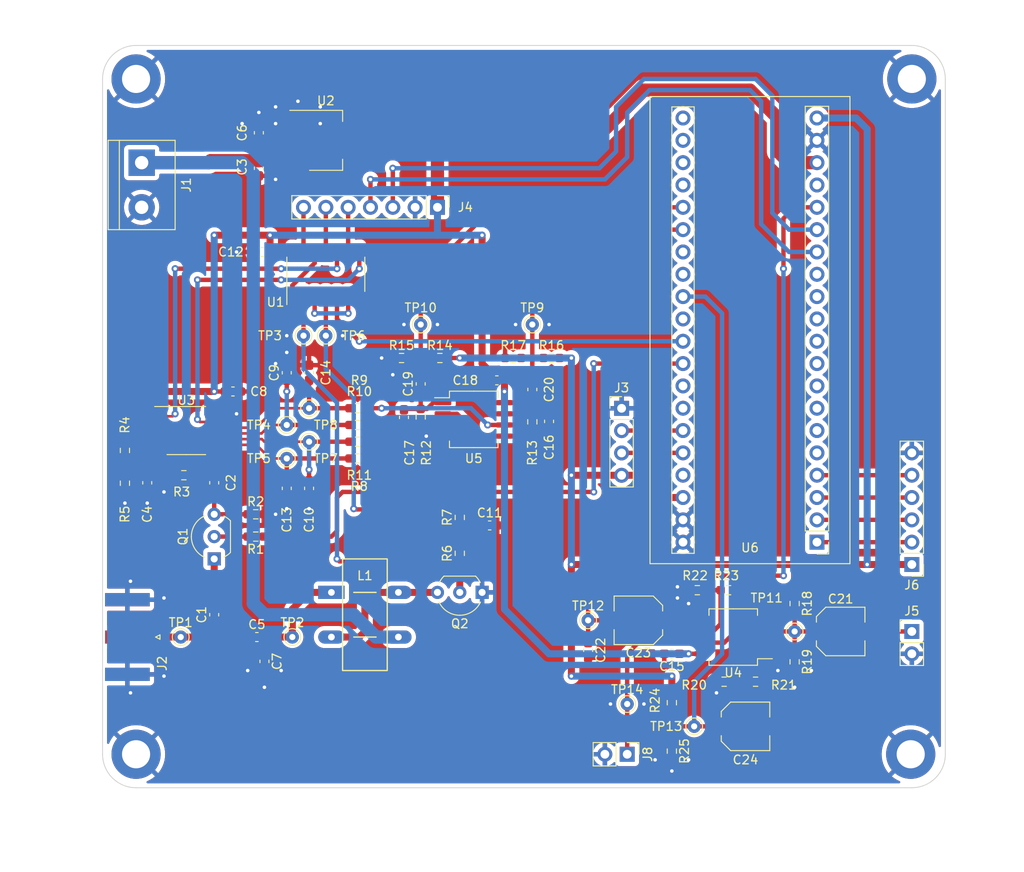
<source format=kicad_pcb>
(kicad_pcb (version 20211014) (generator pcbnew)

  (general
    (thickness 1.6)
  )

  (paper "A4")
  (layers
    (0 "F.Cu" signal)
    (31 "B.Cu" signal)
    (32 "B.Adhes" user "B.Adhesive")
    (33 "F.Adhes" user "F.Adhesive")
    (34 "B.Paste" user)
    (35 "F.Paste" user)
    (36 "B.SilkS" user "B.Silkscreen")
    (37 "F.SilkS" user "F.Silkscreen")
    (38 "B.Mask" user)
    (39 "F.Mask" user)
    (40 "Dwgs.User" user "User.Drawings")
    (41 "Cmts.User" user "User.Comments")
    (42 "Eco1.User" user "User.Eco1")
    (43 "Eco2.User" user "User.Eco2")
    (44 "Edge.Cuts" user)
    (45 "Margin" user)
    (46 "B.CrtYd" user "B.Courtyard")
    (47 "F.CrtYd" user "F.Courtyard")
    (48 "B.Fab" user)
    (49 "F.Fab" user)
    (50 "User.1" user)
    (51 "User.2" user)
    (52 "User.3" user)
    (53 "User.4" user)
    (54 "User.5" user)
    (55 "User.6" user)
    (56 "User.7" user)
    (57 "User.8" user)
    (58 "User.9" user)
  )

  (setup
    (stackup
      (layer "F.SilkS" (type "Top Silk Screen"))
      (layer "F.Paste" (type "Top Solder Paste"))
      (layer "F.Mask" (type "Top Solder Mask") (thickness 0.01))
      (layer "F.Cu" (type "copper") (thickness 0.035))
      (layer "dielectric 1" (type "core") (thickness 1.51) (material "FR4") (epsilon_r 4.5) (loss_tangent 0.02))
      (layer "B.Cu" (type "copper") (thickness 0.035))
      (layer "B.Mask" (type "Bottom Solder Mask") (thickness 0.01))
      (layer "B.Paste" (type "Bottom Solder Paste"))
      (layer "B.SilkS" (type "Bottom Silk Screen"))
      (copper_finish "None")
      (dielectric_constraints no)
    )
    (pad_to_mask_clearance 0)
    (pcbplotparams
      (layerselection 0x00010fc_ffffffff)
      (disableapertmacros false)
      (usegerberextensions false)
      (usegerberattributes true)
      (usegerberadvancedattributes true)
      (creategerberjobfile true)
      (svguseinch false)
      (svgprecision 6)
      (excludeedgelayer true)
      (plotframeref false)
      (viasonmask false)
      (mode 1)
      (useauxorigin false)
      (hpglpennumber 1)
      (hpglpenspeed 20)
      (hpglpendiameter 15.000000)
      (dxfpolygonmode true)
      (dxfimperialunits true)
      (dxfusepcbnewfont true)
      (psnegative false)
      (psa4output false)
      (plotreference true)
      (plotvalue true)
      (plotinvisibletext false)
      (sketchpadsonfab false)
      (subtractmaskfromsilk false)
      (outputformat 1)
      (mirror false)
      (drillshape 1)
      (scaleselection 1)
      (outputdirectory "")
    )
  )

  (net 0 "")
  (net 1 "Net-(C1-Pad2)")
  (net 2 "Net-(Q1-Pad2)")
  (net 3 "Net-(C2-Pad1)")
  (net 4 "GND")
  (net 5 "Net-(Q2-Pad2)")
  (net 6 "Net-(L1-Pad2)")
  (net 7 "RF")
  (net 8 "Net-(C5-Pad2)")
  (net 9 "Net-(C9-Pad1)")
  (net 10 "Net-(C13-Pad1)")
  (net 11 "Net-(R7-Pad2)")
  (net 12 "Net-(C10-Pad1)")
  (net 13 "Net-(C14-Pad1)")
  (net 14 "ADC_Q")
  (net 15 "ADC_I")
  (net 16 "Net-(C21-Pad1)")
  (net 17 "A_OUT")
  (net 18 "ADC_MIC")
  (net 19 "Net-(J8-Pad1)")
  (net 20 "CLK0")
  (net 21 "Net-(U1-Pad8)")
  (net 22 "CLK1")
  (net 23 "Net-(U1-Pad10)")
  (net 24 "BIAS_PWM")
  (net 25 "+5V")
  (net 26 "+12V")
  (net 27 "unconnected-(U3-Pad3)")
  (net 28 "unconnected-(U3-Pad4)")
  (net 29 "unconnected-(U3-Pad5)")
  (net 30 "unconnected-(U3-Pad6)")
  (net 31 "unconnected-(U3-Pad7)")
  (net 32 "Net-(C2-Pad2)")
  (net 33 "Net-(C24-Pad2)")
  (net 34 "Net-(R20-Pad1)")
  (net 35 "Net-(C23-Pad1)")
  (net 36 "Net-(R22-Pad1)")
  (net 37 "Net-(C17-Pad2)")
  (net 38 "Net-(R11-Pad2)")
  (net 39 "Net-(C17-Pad1)")
  (net 40 "SDA_PLL")
  (net 41 "SCL_PLL")
  (net 42 "RX_EN")
  (net 43 "unconnected-(U6-Pad7)")
  (net 44 "unconnected-(U6-Pad11)")
  (net 45 "unconnected-(U6-Pad12)")
  (net 46 "SDA_DISP")
  (net 47 "SCL_DISP")
  (net 48 "unconnected-(U6-Pad21)")
  (net 49 "unconnected-(U6-Pad22)")
  (net 50 "unconnected-(U6-Pad30)")
  (net 51 "+3.3V")
  (net 52 "unconnected-(U6-Pad37)")
  (net 53 "Net-(J6-Pad3)")
  (net 54 "Net-(C16-Pad1)")
  (net 55 "Net-(R9-Pad2)")
  (net 56 "Net-(C16-Pad2)")
  (net 57 "Net-(C4-Pad1)")
  (net 58 "Net-(C11-Pad1)")
  (net 59 "Net-(C21-Pad2)")
  (net 60 "CLK2")
  (net 61 "Net-(J6-Pad2)")
  (net 62 "Net-(J6-Pad4)")
  (net 63 "Net-(J6-Pad5)")
  (net 64 "unconnected-(U6-Pad5)")
  (net 65 "unconnected-(U6-Pad6)")
  (net 66 "unconnected-(U6-Pad34)")
  (net 67 "unconnected-(U6-Pad33)")
  (net 68 "unconnected-(U6-Pad8)")
  (net 69 "unconnected-(U6-Pad13)")
  (net 70 "unconnected-(U6-Pad9)")
  (net 71 "unconnected-(U6-Pad10)")
  (net 72 "unconnected-(U6-Pad28)")
  (net 73 "unconnected-(U6-Pad27)")
  (net 74 "unconnected-(U6-Pad24)")
  (net 75 "unconnected-(U6-Pad17)")
  (net 76 "unconnected-(U6-Pad23)")
  (net 77 "Net-(U1-Pad1)")
  (net 78 "Net-(U1-Pad3)")

  (footprint "MountingHole:MountingHole_3.2mm_M3_DIN965_Pad_TopBottom" (layer "F.Cu") (at 54.61 131.445))

  (footprint "Capacitor_SMD:C_0603_1608Metric_Pad1.08x0.95mm_HandSolder" (layer "F.Cu") (at 63.5 115.57 90))

  (footprint "TestPoint:TestPoint_THTPad_D1.5mm_Drill0.7mm" (layer "F.Cu") (at 118.11 128.27))

  (footprint "TestPoint:TestPoint_THTPad_D1.5mm_Drill0.7mm" (layer "F.Cu") (at 129.54 117.475))

  (footprint "Resistor_SMD:R_0603_1608Metric_Pad0.98x0.95mm_HandSolder" (layer "F.Cu") (at 79.815 92.075))

  (footprint "Capacitor_SMD:C_0603_1608Metric_Pad1.08x0.95mm_HandSolder" (layer "F.Cu") (at 69.215 120.8775 -90))

  (footprint "Resistor_SMD:R_0603_1608Metric_Pad0.98x0.95mm_HandSolder" (layer "F.Cu") (at 86.995 93.0675 90))

  (footprint "Resistor_SMD:R_0603_1608Metric_Pad0.98x0.95mm_HandSolder" (layer "F.Cu") (at 101.8775 86.36))

  (footprint "Resistor_SMD:R_0603_1608Metric_Pad0.98x0.95mm_HandSolder" (layer "F.Cu") (at 129.54 114.3 -90))

  (footprint "Connector_PinHeader_2.54mm:PinHeader_1x07_P2.54mm_Vertical" (layer "F.Cu") (at 88.9 69.215 -90))

  (footprint "Resistor_SMD:R_0603_1608Metric_Pad0.98x0.95mm_HandSolder" (layer "F.Cu") (at 68.2225 104.14))

  (footprint "Package_SO:SO-8_5.3x6.2mm_P1.27mm" (layer "F.Cu") (at 93.0275 93.345))

  (footprint "Connector_Coaxial:SMA_Amphenol_132289_EdgeMount" (layer "F.Cu") (at 53.6225 118.11 180))

  (footprint "TestPoint:TestPoint_THTPad_D1.5mm_Drill0.7mm" (layer "F.Cu") (at 74.295 95.885))

  (footprint "Capacitor_SMD:C_0603_1608Metric_Pad1.08x0.95mm_HandSolder" (layer "F.Cu") (at 115.57 120.015 180))

  (footprint "MountingHole:MountingHole_3.2mm_M3_DIN965_Pad_TopBottom" (layer "F.Cu") (at 54.61 54.61))

  (footprint "TestPoint:TestPoint_THTPad_D1.5mm_Drill0.7mm" (layer "F.Cu") (at 59.69 118.11))

  (footprint "Capacitor_SMD:C_0603_1608Metric_Pad1.08x0.95mm_HandSolder" (layer "F.Cu") (at 74.295 88.0375 90))

  (footprint "Package_TO_SOT_THT:TO-92_Inline_Wide" (layer "F.Cu") (at 93.98 113.03 180))

  (footprint "Resistor_SMD:R_0603_1608Metric_Pad0.98x0.95mm_HandSolder" (layer "F.Cu") (at 53.34 100.6075 -90))

  (footprint "Capacitor_SMD:C_0603_1608Metric_Pad1.08x0.95mm_HandSolder" (layer "F.Cu") (at 68.58 64.77 -90))

  (footprint "Package_TO_SOT_THT:TO-92_Inline_Wide" (layer "F.Cu") (at 63.5 109.22 90))

  (footprint "Resistor_SMD:R_0603_1608Metric_Pad0.98x0.95mm_HandSolder" (layer "F.Cu") (at 79.815 97.79))

  (footprint "TestPoint:TestPoint_THTPad_D1.5mm_Drill0.7mm" (layer "F.Cu") (at 74.295 92.075))

  (footprint "Connector_PinHeader_2.54mm:PinHeader_1x06_P2.54mm_Vertical" (layer "F.Cu") (at 142.875 109.855 180))

  (footprint "TestPoint:TestPoint_THTPad_D1.5mm_Drill0.7mm" (layer "F.Cu") (at 76.2 83.82))

  (footprint "TestPoint:TestPoint_THTPad_D1.5mm_Drill0.7mm" (layer "F.Cu") (at 110.49 125.73))

  (footprint "Resistor_SMD:R_0603_1608Metric_Pad0.98x0.95mm_HandSolder" (layer "F.Cu") (at 115.57 131.0875 -90))

  (footprint "Capacitor_SMD:C_0603_1608Metric_Pad1.08x0.95mm_HandSolder" (layer "F.Cu") (at 63.5 100.5575 90))

  (footprint "Capacitor_SMD:C_0603_1608Metric_Pad1.08x0.95mm_HandSolder" (layer "F.Cu") (at 99.695 89.9425 90))

  (footprint "Resistor_SMD:R_0603_1608Metric_Pad0.98x0.95mm_HandSolder" (layer "F.Cu") (at 84.8125 86.36))

  (footprint "Resistor_SMD:R_0603_1608Metric_Pad0.98x0.95mm_HandSolder" (layer "F.Cu") (at 121.5155 123.19 180))

  (footprint "TestPoint:TestPoint_THTPad_D1.5mm_Drill0.7mm" (layer "F.Cu") (at 72.39 118.11))

  (footprint "TestPoint:TestPoint_THTPad_D1.5mm_Drill0.7mm" (layer "F.Cu") (at 86.995 82.55))

  (footprint "Resistor_SMD:R_0603_1608Metric_Pad0.98x0.95mm_HandSolder" (layer "F.Cu") (at 79.815 93.98))

  (footprint "Capacitor_SMD:C_0603_1608Metric_Pad1.08x0.95mm_HandSolder" (layer "F.Cu") (at 106.045 119.6075 -90))

  (footprint "Resistor_SMD:R_0603_1608Metric_Pad0.98x0.95mm_HandSolder" (layer "F.Cu") (at 122.0235 112.776 180))

  (footprint "Capacitor_SMD:C_0603_1608Metric_Pad1.08x0.95mm_HandSolder" (layer "F.Cu") (at 94.8425 105.41))

  (footprint "Capacitor_SMD:C_0603_1608Metric_Pad1.08x0.95mm_HandSolder" (layer "F.Cu") (at 71.755 101.1925 -90))

  (footprint "TestPoint:TestPoint_THTPad_D1.5mm_Drill0.7mm" (layer "F.Cu") (at 99.695 82.55))

  (footprint "Package_SO:SO-8_5.3x6.2mm_P1.27mm" (layer "F.Cu") (at 122.555 118.11 180))

  (footprint "MountingHole:MountingHole_3.2mm_M3_DIN965_Pad_TopBottom" (layer "F.Cu") (at 142.748 131.445))

  (footprint "Package_SO:TSSOP-16_4.4x5mm_P0.65mm" (layer "F.Cu") (at 60.325 94.615))

  (footprint "Connector_PinHeader_2.54mm:PinHeader_1x02_P2.54mm_Vertical" (layer "F.Cu") (at 110.49 131.445 -90))

  (footprint "Resistor_SMD:R_0603_1608Metric_Pad0.98x0.95mm_HandSolder" (layer "F.Cu") (at 97.5125 86.36))

  (footprint "Capacitor_SMD:C_0603_1608Metric_Pad1.08x0.95mm_HandSolder" (layer "F.Cu") (at 68.58 60.7325 90))

  (footprint "Resistor_SMD:R_0603_1608Metric_Pad0.98x0.95mm_HandSolder" (layer "F.Cu") (at 125.095 123.19 180))

  (footprint "Capacitor_SMD:C_Elec_5x5.8" (layer "F.Cu") (at 134.7775 117.475))

  (footprint "Resistor_SMD:R_0603_1608Metric_Pad0.98x0.95mm_HandSolder" (layer "F.Cu") (at 89.1775 86.36))

  (footprint "Package_TO_SOT_SMD:SOT-223-3_TabPin2" (layer "F.Cu") (at 76.2 61.595))

  (footprint "Resistor_SMD:R_0603_1608Metric_Pad0.98x0.95mm_HandSolder" (layer "F.Cu") (at 60.0475 99.695))

  (footprint "TestPoint:TestPoint_THTPad_D1.5mm_Drill0.7mm" (layer "F.Cu") (at 73.66 83.82))

  (footprint "Resistor_SMD:R_0603_1608Metric_Pad0.98x0.95mm_HandSolder" (layer "F.Cu") (at 118.4675 112.776 180))

  (footprint "Capacitor_SMD:C_0603_1608Metric_Pad1.08x0.95mm_HandSolder" (layer "F.Cu") (at 55.88 100.5575 -90))

  (footprint "Resistor_SMD:R_0603_1608Metric_Pad0.98x0.95mm_HandSolder" (layer "F.Cu") (at 91.44 104.4975 90))

  (footprint "Resistor_SMD:R_0603_1608Metric_Pad0.98x0.95mm_HandSolder" (layer "F.Cu") (at 115.57 125.5795 -90))

  (footprint "TerminalBlock:TerminalBlock_bornier-2_P5.08mm" (layer "F.Cu") (at 55.245 64.135 -90))

  (footprint "Resistor_SMD:R_0603_1608Metric_Pad0.98x0.95mm_HandSolder" (layer "F.Cu") (at 129.54 120.9275 -90))

  (footprint "Connector_PinHeader_2.54mm:PinHeader_1x04_P2.54mm_Vertical" (layer "F.Cu") (at 109.855 92.085))

  (footprint "Resistor_SMD:R_0603_1608Metric_Pad0.98x0.95mm_HandSolder" (layer "F.Cu") (at 99.695 93.6225 90))

  (footprint "misc:transformer_bifilar" (layer "F.Cu") (at 80.645 115.57))

  (footprint "Capacitor_SMD:C_Elec_5x5.8" (layer "F.Cu") (at 111.76 116.205 180))

  (footprint "Resistor_SMD:R_0603_1608Metric_Pad0.98x0.95mm_HandSolder" (layer "F.Cu") (at 53.34 96.8775 -90))

  (footprint "Capacitor_SMD:C_0603_1608Metric_Pad1.08x0.95mm_HandSolder" (layer "F.Cu") (at 85.09 93.1175 90))

  (footprint "Capacitor_SMD:C_0603_1608Metric_Pad1.08x0.95mm_HandSolder" (layer "F.Cu") (at 68.9875 74.295 180))

  (footprint "misc:YAAJ_BluePill_2" (layer "F.Cu")
    (tedit 5F81AE11) (tstamp ca3e6fa0-782b-4215-8bd1-03fbae335130)
    (at 
... [985235 chars truncated]
</source>
